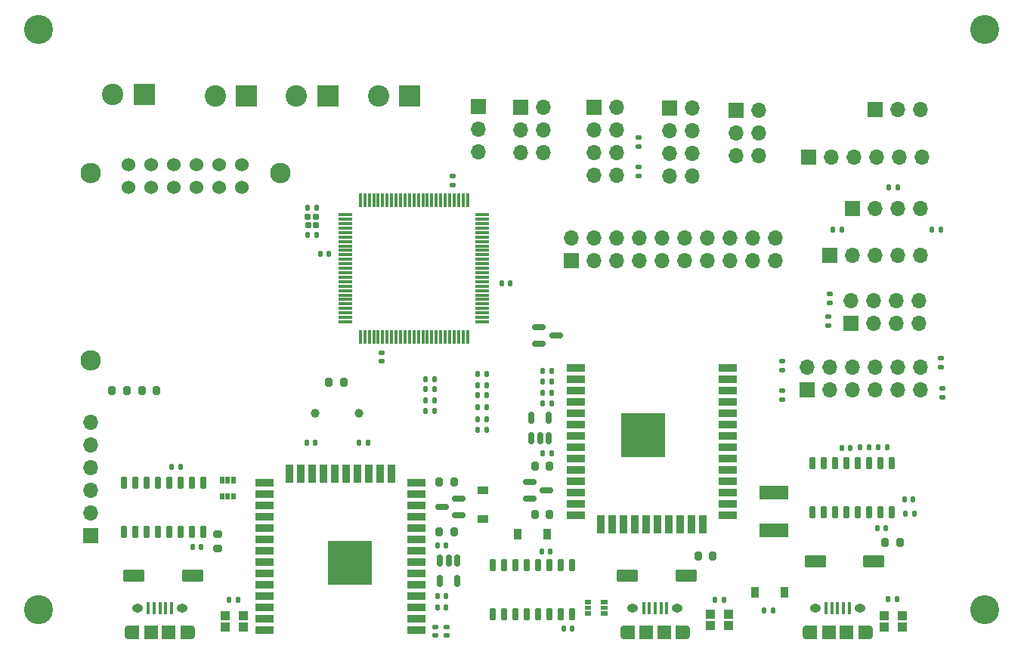
<source format=gbr>
%TF.GenerationSoftware,KiCad,Pcbnew,(6.0.0-0)*%
%TF.CreationDate,2022-09-06T13:07:19-04:00*%
%TF.ProjectId,Body_LED_Controller_Embedded_ESP32s,426f6479-5f4c-4454-945f-436f6e74726f,1.0*%
%TF.SameCoordinates,Original*%
%TF.FileFunction,Soldermask,Top*%
%TF.FilePolarity,Negative*%
%FSLAX46Y46*%
G04 Gerber Fmt 4.6, Leading zero omitted, Abs format (unit mm)*
G04 Created by KiCad (PCBNEW (6.0.0-0)) date 2022-09-06 13:07:19*
%MOMM*%
%LPD*%
G01*
G04 APERTURE LIST*
G04 Aperture macros list*
%AMRoundRect*
0 Rectangle with rounded corners*
0 $1 Rounding radius*
0 $2 $3 $4 $5 $6 $7 $8 $9 X,Y pos of 4 corners*
0 Add a 4 corners polygon primitive as box body*
4,1,4,$2,$3,$4,$5,$6,$7,$8,$9,$2,$3,0*
0 Add four circle primitives for the rounded corners*
1,1,$1+$1,$2,$3*
1,1,$1+$1,$4,$5*
1,1,$1+$1,$6,$7*
1,1,$1+$1,$8,$9*
0 Add four rect primitives between the rounded corners*
20,1,$1+$1,$2,$3,$4,$5,0*
20,1,$1+$1,$4,$5,$6,$7,0*
20,1,$1+$1,$6,$7,$8,$9,0*
20,1,$1+$1,$8,$9,$2,$3,0*%
G04 Aperture macros list end*
%ADD10C,0.010000*%
%ADD11R,1.000000X1.000000*%
%ADD12RoundRect,0.101600X-0.215900X0.215900X-0.215900X-0.215900X0.215900X-0.215900X0.215900X0.215900X0*%
%ADD13RoundRect,0.150000X-0.587500X-0.150000X0.587500X-0.150000X0.587500X0.150000X-0.587500X0.150000X0*%
%ADD14RoundRect,0.150000X0.150000X-0.512500X0.150000X0.512500X-0.150000X0.512500X-0.150000X-0.512500X0*%
%ADD15RoundRect,0.140000X-0.140000X-0.170000X0.140000X-0.170000X0.140000X0.170000X-0.140000X0.170000X0*%
%ADD16RoundRect,0.135000X0.185000X-0.135000X0.185000X0.135000X-0.185000X0.135000X-0.185000X-0.135000X0*%
%ADD17RoundRect,0.140000X0.140000X0.170000X-0.140000X0.170000X-0.140000X-0.170000X0.140000X-0.170000X0*%
%ADD18R,1.700000X1.700000*%
%ADD19O,1.700000X1.700000*%
%ADD20RoundRect,0.135000X-0.185000X0.135000X-0.185000X-0.135000X0.185000X-0.135000X0.185000X0.135000X0*%
%ADD21RoundRect,0.200000X-0.200000X-0.275000X0.200000X-0.275000X0.200000X0.275000X-0.200000X0.275000X0*%
%ADD22R,0.400000X1.350000*%
%ADD23R,1.200000X1.550000*%
%ADD24O,0.890000X1.550000*%
%ADD25O,1.250000X0.950000*%
%ADD26R,1.500000X1.550000*%
%ADD27R,0.914400X1.219200*%
%ADD28RoundRect,0.135000X0.135000X0.185000X-0.135000X0.185000X-0.135000X-0.185000X0.135000X-0.185000X0*%
%ADD29RoundRect,0.011200X-0.723800X-0.128800X0.723800X-0.128800X0.723800X0.128800X-0.723800X0.128800X0*%
%ADD30RoundRect,0.011200X0.128800X-0.723800X0.128800X0.723800X-0.128800X0.723800X-0.128800X-0.723800X0*%
%ADD31RoundRect,0.049600X-0.260400X0.605400X-0.260400X-0.605400X0.260400X-0.605400X0.260400X0.605400X0*%
%ADD32RoundRect,0.135000X-0.135000X-0.185000X0.135000X-0.185000X0.135000X0.185000X-0.135000X0.185000X0*%
%ADD33R,3.200000X1.500000*%
%ADD34C,3.250000*%
%ADD35C,1.007000*%
%ADD36C,1.524000*%
%ADD37C,2.300000*%
%ADD38R,2.400000X2.400000*%
%ADD39C,2.400000*%
%ADD40RoundRect,0.150000X-0.150000X0.512500X-0.150000X-0.512500X0.150000X-0.512500X0.150000X0.512500X0*%
%ADD41RoundRect,0.200000X0.200000X0.275000X-0.200000X0.275000X-0.200000X-0.275000X0.200000X-0.275000X0*%
%ADD42R,2.000000X0.900000*%
%ADD43R,0.900000X2.000000*%
%ADD44R,5.000000X5.000000*%
%ADD45RoundRect,0.083990X1.126010X0.556010X-1.126010X0.556010X-1.126010X-0.556010X1.126010X-0.556010X0*%
%ADD46RoundRect,0.140000X-0.170000X0.140000X-0.170000X-0.140000X0.170000X-0.140000X0.170000X0.140000X0*%
%ADD47RoundRect,0.083990X-1.126010X-0.556010X1.126010X-0.556010X1.126010X0.556010X-1.126010X0.556010X0*%
%ADD48RoundRect,0.150000X0.587500X0.150000X-0.587500X0.150000X-0.587500X-0.150000X0.587500X-0.150000X0*%
%ADD49RoundRect,0.140000X0.170000X-0.140000X0.170000X0.140000X-0.170000X0.140000X-0.170000X-0.140000X0*%
%ADD50RoundRect,0.200000X-0.275000X0.200000X-0.275000X-0.200000X0.275000X-0.200000X0.275000X0.200000X0*%
%ADD51R,1.219200X0.914400*%
G04 APERTURE END LIST*
D10*
%TO.C,U11*%
X100965000Y-102944200D02*
X100965000Y-103569200D01*
X100965000Y-103569200D02*
X100565000Y-103569200D01*
X100565000Y-103569200D02*
X100565000Y-102944200D01*
X100565000Y-102944200D02*
X100965000Y-102944200D01*
G36*
X100965000Y-103569200D02*
G01*
X100565000Y-103569200D01*
X100565000Y-102944200D01*
X100965000Y-102944200D01*
X100965000Y-103569200D01*
G37*
X100965000Y-103569200D02*
X100565000Y-103569200D01*
X100565000Y-102944200D01*
X100965000Y-102944200D01*
X100965000Y-103569200D01*
X99665000Y-101119200D02*
X99665000Y-101744200D01*
X99665000Y-101744200D02*
X99265000Y-101744200D01*
X99265000Y-101744200D02*
X99265000Y-101119200D01*
X99265000Y-101119200D02*
X99665000Y-101119200D01*
G36*
X99665000Y-101744200D02*
G01*
X99265000Y-101744200D01*
X99265000Y-101119200D01*
X99665000Y-101119200D01*
X99665000Y-101744200D01*
G37*
X99665000Y-101744200D02*
X99265000Y-101744200D01*
X99265000Y-101119200D01*
X99665000Y-101119200D01*
X99665000Y-101744200D01*
X99665000Y-102944200D02*
X99665000Y-103569200D01*
X99665000Y-103569200D02*
X99265000Y-103569200D01*
X99265000Y-103569200D02*
X99265000Y-102944200D01*
X99265000Y-102944200D02*
X99665000Y-102944200D01*
G36*
X99665000Y-103569200D02*
G01*
X99265000Y-103569200D01*
X99265000Y-102944200D01*
X99665000Y-102944200D01*
X99665000Y-103569200D01*
G37*
X99665000Y-103569200D02*
X99265000Y-103569200D01*
X99265000Y-102944200D01*
X99665000Y-102944200D01*
X99665000Y-103569200D01*
X100315000Y-101119200D02*
X100315000Y-101744200D01*
X100315000Y-101744200D02*
X99915000Y-101744200D01*
X99915000Y-101744200D02*
X99915000Y-101119200D01*
X99915000Y-101119200D02*
X100315000Y-101119200D01*
G36*
X100315000Y-101744200D02*
G01*
X99915000Y-101744200D01*
X99915000Y-101119200D01*
X100315000Y-101119200D01*
X100315000Y-101744200D01*
G37*
X100315000Y-101744200D02*
X99915000Y-101744200D01*
X99915000Y-101119200D01*
X100315000Y-101119200D01*
X100315000Y-101744200D01*
X100315000Y-102944200D02*
X100315000Y-103569200D01*
X100315000Y-103569200D02*
X99915000Y-103569200D01*
X99915000Y-103569200D02*
X99915000Y-102944200D01*
X99915000Y-102944200D02*
X100315000Y-102944200D01*
G36*
X100315000Y-103569200D02*
G01*
X99915000Y-103569200D01*
X99915000Y-102944200D01*
X100315000Y-102944200D01*
X100315000Y-103569200D01*
G37*
X100315000Y-103569200D02*
X99915000Y-103569200D01*
X99915000Y-102944200D01*
X100315000Y-102944200D01*
X100315000Y-103569200D01*
X100965000Y-101119200D02*
X100965000Y-101744200D01*
X100965000Y-101744200D02*
X100565000Y-101744200D01*
X100565000Y-101744200D02*
X100565000Y-101119200D01*
X100565000Y-101119200D02*
X100965000Y-101119200D01*
G36*
X100965000Y-101744200D02*
G01*
X100565000Y-101744200D01*
X100565000Y-101119200D01*
X100965000Y-101119200D01*
X100965000Y-101744200D01*
G37*
X100965000Y-101744200D02*
X100565000Y-101744200D01*
X100565000Y-101119200D01*
X100965000Y-101119200D01*
X100965000Y-101744200D01*
%TO.C,U6*%
X142590800Y-115945800D02*
X141965800Y-115945800D01*
X141965800Y-115945800D02*
X141965800Y-115545800D01*
X141965800Y-115545800D02*
X142590800Y-115545800D01*
X142590800Y-115545800D02*
X142590800Y-115945800D01*
G36*
X142590800Y-115945800D02*
G01*
X141965800Y-115945800D01*
X141965800Y-115545800D01*
X142590800Y-115545800D01*
X142590800Y-115945800D01*
G37*
X142590800Y-115945800D02*
X141965800Y-115945800D01*
X141965800Y-115545800D01*
X142590800Y-115545800D01*
X142590800Y-115945800D01*
X142590800Y-115295800D02*
X141965800Y-115295800D01*
X141965800Y-115295800D02*
X141965800Y-114895800D01*
X141965800Y-114895800D02*
X142590800Y-114895800D01*
X142590800Y-114895800D02*
X142590800Y-115295800D01*
G36*
X142590800Y-115295800D02*
G01*
X141965800Y-115295800D01*
X141965800Y-114895800D01*
X142590800Y-114895800D01*
X142590800Y-115295800D01*
G37*
X142590800Y-115295800D02*
X141965800Y-115295800D01*
X141965800Y-114895800D01*
X142590800Y-114895800D01*
X142590800Y-115295800D01*
X142590800Y-116595800D02*
X141965800Y-116595800D01*
X141965800Y-116595800D02*
X141965800Y-116195800D01*
X141965800Y-116195800D02*
X142590800Y-116195800D01*
X142590800Y-116195800D02*
X142590800Y-116595800D01*
G36*
X142590800Y-116595800D02*
G01*
X141965800Y-116595800D01*
X141965800Y-116195800D01*
X142590800Y-116195800D01*
X142590800Y-116595800D01*
G37*
X142590800Y-116595800D02*
X141965800Y-116595800D01*
X141965800Y-116195800D01*
X142590800Y-116195800D01*
X142590800Y-116595800D01*
X140765800Y-115945800D02*
X140140800Y-115945800D01*
X140140800Y-115945800D02*
X140140800Y-115545800D01*
X140140800Y-115545800D02*
X140765800Y-115545800D01*
X140765800Y-115545800D02*
X140765800Y-115945800D01*
G36*
X140765800Y-115945800D02*
G01*
X140140800Y-115945800D01*
X140140800Y-115545800D01*
X140765800Y-115545800D01*
X140765800Y-115945800D01*
G37*
X140765800Y-115945800D02*
X140140800Y-115945800D01*
X140140800Y-115545800D01*
X140765800Y-115545800D01*
X140765800Y-115945800D01*
X140765800Y-115295800D02*
X140140800Y-115295800D01*
X140140800Y-115295800D02*
X140140800Y-114895800D01*
X140140800Y-114895800D02*
X140765800Y-114895800D01*
X140765800Y-114895800D02*
X140765800Y-115295800D01*
G36*
X140765800Y-115295800D02*
G01*
X140140800Y-115295800D01*
X140140800Y-114895800D01*
X140765800Y-114895800D01*
X140765800Y-115295800D01*
G37*
X140765800Y-115295800D02*
X140140800Y-115295800D01*
X140140800Y-114895800D01*
X140765800Y-114895800D01*
X140765800Y-115295800D01*
X140765800Y-116595800D02*
X140140800Y-116595800D01*
X140140800Y-116595800D02*
X140140800Y-116195800D01*
X140140800Y-116195800D02*
X140765800Y-116195800D01*
X140765800Y-116195800D02*
X140765800Y-116595800D01*
G36*
X140765800Y-116595800D02*
G01*
X140140800Y-116595800D01*
X140140800Y-116195800D01*
X140765800Y-116195800D01*
X140765800Y-116595800D01*
G37*
X140765800Y-116595800D02*
X140140800Y-116595800D01*
X140140800Y-116195800D01*
X140765800Y-116195800D01*
X140765800Y-116595800D01*
%TD*%
D11*
%TO.C,L3*%
X175695000Y-117950000D03*
X175695000Y-116650000D03*
X173665000Y-116650000D03*
X173665000Y-117950000D03*
%TD*%
%TO.C,L2*%
X156235000Y-117800000D03*
X156235000Y-116500000D03*
X154205000Y-116500000D03*
X154205000Y-117800000D03*
%TD*%
%TO.C,L1*%
X101905000Y-117930000D03*
X101905000Y-116630000D03*
X99875000Y-116630000D03*
X99875000Y-117930000D03*
%TD*%
D12*
%TO.C,D2*%
X110044500Y-72920000D03*
X109155500Y-72920000D03*
%TD*%
D13*
%TO.C,U8*%
X133992500Y-101653939D03*
X133992500Y-103553939D03*
X135867500Y-102603939D03*
%TD*%
D14*
%TO.C,U7*%
X134200000Y-96782608D03*
X135150000Y-96782608D03*
X136100000Y-96782608D03*
X136100000Y-94507608D03*
X134200000Y-94507608D03*
%TD*%
D15*
%TO.C,C4*%
X176100000Y-105270000D03*
X177060000Y-105270000D03*
%TD*%
D16*
%TO.C,R8*%
X162270000Y-92450000D03*
X162270000Y-91430000D03*
%TD*%
D17*
%TO.C,C2*%
X109970000Y-97320000D03*
X109010000Y-97320000D03*
%TD*%
%TO.C,C5*%
X169890000Y-97850000D03*
X168930000Y-97850000D03*
%TD*%
%TO.C,C16*%
X138760000Y-118080000D03*
X137800000Y-118080000D03*
%TD*%
D18*
%TO.C,J1*%
X141210000Y-59650000D03*
D19*
X143750000Y-59650000D03*
X141210000Y-62190000D03*
X143750000Y-62190000D03*
X141210000Y-64730000D03*
X143750000Y-64730000D03*
X141210000Y-67270000D03*
X143750000Y-67270000D03*
%TD*%
D20*
%TO.C,R7*%
X167570000Y-80630000D03*
X167570000Y-81650000D03*
%TD*%
D17*
%TO.C,C23*%
X97170000Y-108970000D03*
X96210000Y-108970000D03*
%TD*%
D15*
%TO.C,C22*%
X93900000Y-100020000D03*
X94860000Y-100020000D03*
%TD*%
D21*
%TO.C,R1*%
X111515000Y-90530000D03*
X113165000Y-90530000D03*
%TD*%
D20*
%TO.C,R9*%
X180220000Y-91170000D03*
X180220000Y-92190000D03*
%TD*%
D22*
%TO.C,J11*%
X146745000Y-115810000D03*
X147395000Y-115810000D03*
X148045000Y-115810000D03*
X148695000Y-115810000D03*
X149345000Y-115810000D03*
D23*
X150945000Y-118510000D03*
D24*
X144545000Y-118510000D03*
D25*
X145545000Y-115810000D03*
D26*
X147045000Y-118510000D03*
D24*
X151545000Y-118510000D03*
D26*
X149045000Y-118510000D03*
D23*
X145145000Y-118510000D03*
D25*
X150545000Y-115810000D03*
%TD*%
D27*
%TO.C,CR1*%
X162523300Y-114065000D03*
X159246700Y-114065000D03*
%TD*%
D28*
%TO.C,R30*%
X129210000Y-94640000D03*
X128190000Y-94640000D03*
%TD*%
D29*
%TO.C,U1*%
X113345000Y-71735000D03*
X113345000Y-72235000D03*
X113345000Y-72735000D03*
X113345000Y-73235000D03*
X113345000Y-73735000D03*
X113345000Y-74235000D03*
X113345000Y-74735000D03*
X113345000Y-75235000D03*
X113345000Y-75735000D03*
X113345000Y-76235000D03*
X113345000Y-76735000D03*
X113345000Y-77235000D03*
X113345000Y-77735000D03*
X113345000Y-78235000D03*
X113345000Y-78735000D03*
X113345000Y-79235000D03*
X113345000Y-79735000D03*
X113345000Y-80235000D03*
X113345000Y-80735000D03*
X113345000Y-81235000D03*
X113345000Y-81735000D03*
X113345000Y-82235000D03*
X113345000Y-82735000D03*
X113345000Y-83235000D03*
X113345000Y-83735000D03*
D30*
X115015000Y-85405000D03*
X115515000Y-85405000D03*
X116015000Y-85405000D03*
X116515000Y-85405000D03*
X117015000Y-85405000D03*
X117515000Y-85405000D03*
X118015000Y-85405000D03*
X118515000Y-85405000D03*
X119015000Y-85405000D03*
X119515000Y-85405000D03*
X120015000Y-85405000D03*
X120515000Y-85405000D03*
X121015000Y-85405000D03*
X121515000Y-85405000D03*
X122015000Y-85405000D03*
X122515000Y-85405000D03*
X123015000Y-85405000D03*
X123515000Y-85405000D03*
X124015000Y-85405000D03*
X124515000Y-85405000D03*
X125015000Y-85405000D03*
X125515000Y-85405000D03*
X126015000Y-85405000D03*
X126515000Y-85405000D03*
X127015000Y-85405000D03*
D29*
X128685000Y-83735000D03*
X128685000Y-83235000D03*
X128685000Y-82735000D03*
X128685000Y-82235000D03*
X128685000Y-81735000D03*
X128685000Y-81235000D03*
X128685000Y-80735000D03*
X128685000Y-80235000D03*
X128685000Y-79735000D03*
X128685000Y-79235000D03*
X128685000Y-78735000D03*
X128685000Y-78235000D03*
X128685000Y-77735000D03*
X128685000Y-77235000D03*
X128685000Y-76735000D03*
X128685000Y-76235000D03*
X128685000Y-75735000D03*
X128685000Y-75235000D03*
X128685000Y-74735000D03*
X128685000Y-74235000D03*
X128685000Y-73735000D03*
X128685000Y-73235000D03*
X128685000Y-72735000D03*
X128685000Y-72235000D03*
X128685000Y-71735000D03*
D30*
X127015000Y-70065000D03*
X126515000Y-70065000D03*
X126015000Y-70065000D03*
X125515000Y-70065000D03*
X125015000Y-70065000D03*
X124515000Y-70065000D03*
X124015000Y-70065000D03*
X123515000Y-70065000D03*
X123015000Y-70065000D03*
X122515000Y-70065000D03*
X122015000Y-70065000D03*
X121515000Y-70065000D03*
X121015000Y-70065000D03*
X120515000Y-70065000D03*
X120015000Y-70065000D03*
X119515000Y-70065000D03*
X119015000Y-70065000D03*
X118515000Y-70065000D03*
X118015000Y-70065000D03*
X117515000Y-70065000D03*
X117015000Y-70065000D03*
X116515000Y-70065000D03*
X116015000Y-70065000D03*
X115515000Y-70065000D03*
X115015000Y-70065000D03*
%TD*%
D31*
%TO.C,U10*%
X97390000Y-101770000D03*
X96120000Y-101770000D03*
X94850000Y-101770000D03*
X93580000Y-101770000D03*
X92310000Y-101770000D03*
X91040000Y-101770000D03*
X89770000Y-101770000D03*
X88500000Y-101770000D03*
X88500000Y-107270000D03*
X89770000Y-107270000D03*
X91040000Y-107270000D03*
X92310000Y-107270000D03*
X93580000Y-107270000D03*
X94850000Y-107270000D03*
X96120000Y-107270000D03*
X97390000Y-107270000D03*
%TD*%
D17*
%TO.C,C17*%
X136420000Y-98431385D03*
X135460000Y-98431385D03*
%TD*%
D22*
%TO.C,J10*%
X167190000Y-115800000D03*
X167840000Y-115800000D03*
X168490000Y-115800000D03*
X169140000Y-115800000D03*
X169790000Y-115800000D03*
D23*
X171390000Y-118500000D03*
D25*
X170990000Y-115800000D03*
D23*
X165590000Y-118500000D03*
D25*
X165990000Y-115800000D03*
D24*
X164990000Y-118500000D03*
D26*
X167490000Y-118500000D03*
X169490000Y-118500000D03*
D24*
X171990000Y-118500000D03*
%TD*%
D32*
%TO.C,R27*%
X154740000Y-114860000D03*
X155760000Y-114860000D03*
%TD*%
D33*
%TO.C,F1*%
X161378500Y-107088500D03*
X161378500Y-102888500D03*
%TD*%
D34*
%TO.C,REF\u002A\u002A*%
X185000000Y-116000000D03*
%TD*%
D35*
%TO.C,Y1*%
X114850000Y-94020000D03*
X109970000Y-94020000D03*
%TD*%
D15*
%TO.C,C24*%
X123636500Y-108788608D03*
X124596500Y-108788608D03*
%TD*%
D18*
%TO.C,J15*%
X84770000Y-107720000D03*
D19*
X84770000Y-105180000D03*
X84770000Y-102640000D03*
X84770000Y-100100000D03*
X84770000Y-97560000D03*
X84770000Y-95020000D03*
%TD*%
D18*
%TO.C,J14*%
X128240000Y-59600000D03*
D19*
X128240000Y-62140000D03*
X128240000Y-64680000D03*
%TD*%
D28*
%TO.C,R2*%
X172000000Y-97820000D03*
X170980000Y-97820000D03*
%TD*%
D36*
%TO.C,U14*%
X101765000Y-66085000D03*
X99225000Y-66085000D03*
X96685000Y-66085000D03*
X94145000Y-66085000D03*
X91605000Y-66085000D03*
X89065000Y-66085000D03*
X89065000Y-68625000D03*
X91605000Y-68625000D03*
X94145000Y-68625000D03*
X96685000Y-68625000D03*
X99225000Y-68625000D03*
X101765000Y-68625000D03*
D37*
X106015000Y-67015000D03*
X84815000Y-67015000D03*
X84815000Y-88015000D03*
%TD*%
D28*
%TO.C,R3*%
X174010000Y-97820000D03*
X172990000Y-97820000D03*
%TD*%
D22*
%TO.C,J12*%
X91265000Y-115850000D03*
X91915000Y-115850000D03*
X92565000Y-115850000D03*
X93215000Y-115850000D03*
X93865000Y-115850000D03*
D24*
X89065000Y-118550000D03*
D26*
X93565000Y-118550000D03*
D24*
X96065000Y-118550000D03*
D23*
X89665000Y-118550000D03*
D25*
X90065000Y-115850000D03*
D26*
X91565000Y-118550000D03*
D23*
X95465000Y-118550000D03*
D25*
X95065000Y-115850000D03*
%TD*%
D28*
%TO.C,R13*%
X175190000Y-68670000D03*
X174170000Y-68670000D03*
%TD*%
D27*
%TO.C,CR2*%
X135949800Y-107555000D03*
X132673200Y-107555000D03*
%TD*%
D15*
%TO.C,C15*%
X135350000Y-109440000D03*
X136310000Y-109440000D03*
%TD*%
D38*
%TO.C,J19*%
X120540000Y-58400000D03*
D39*
X117040000Y-58400000D03*
%TD*%
D17*
%TO.C,C9*%
X111510000Y-76130000D03*
X110550000Y-76130000D03*
%TD*%
D21*
%TO.C,R19*%
X90535000Y-91460000D03*
X92185000Y-91460000D03*
%TD*%
D16*
%TO.C,R6*%
X167400000Y-84150000D03*
X167400000Y-83130000D03*
%TD*%
D40*
%TO.C,U12*%
X125856500Y-110507385D03*
X124906500Y-110507385D03*
X123956500Y-110507385D03*
X123956500Y-112782385D03*
X125856500Y-112782385D03*
%TD*%
D41*
%TO.C,R20*%
X154485000Y-109990000D03*
X152835000Y-109990000D03*
%TD*%
D38*
%TO.C,J16*%
X90790000Y-58280000D03*
D39*
X87290000Y-58280000D03*
%TD*%
D42*
%TO.C,U4*%
X139190000Y-88935000D03*
X139190000Y-90205000D03*
X139190000Y-91475000D03*
X139190000Y-92745000D03*
X139190000Y-94015000D03*
X139190000Y-95285000D03*
X139190000Y-96555000D03*
X139190000Y-97825000D03*
X139190000Y-99095000D03*
X139190000Y-100365000D03*
X139190000Y-101635000D03*
X139190000Y-102905000D03*
X139190000Y-104175000D03*
X139190000Y-105445000D03*
D43*
X141975000Y-106445000D03*
X143245000Y-106445000D03*
X144515000Y-106445000D03*
X145785000Y-106445000D03*
X147055000Y-106445000D03*
X148325000Y-106445000D03*
X149595000Y-106445000D03*
X150865000Y-106445000D03*
X152135000Y-106445000D03*
X153405000Y-106445000D03*
D42*
X156190000Y-105445000D03*
X156190000Y-104175000D03*
X156190000Y-102905000D03*
X156190000Y-101635000D03*
X156190000Y-100365000D03*
X156190000Y-99095000D03*
X156190000Y-97825000D03*
X156190000Y-96555000D03*
X156190000Y-95285000D03*
X156190000Y-94015000D03*
X156190000Y-92745000D03*
X156190000Y-91475000D03*
X156190000Y-90205000D03*
X156190000Y-88935000D03*
D44*
X146690000Y-96435000D03*
%TD*%
D32*
%TO.C,R35*%
X122280000Y-90150000D03*
X123300000Y-90150000D03*
%TD*%
D31*
%TO.C,U2*%
X174560000Y-99580000D03*
X173290000Y-99580000D03*
X172020000Y-99580000D03*
X170750000Y-99580000D03*
X169480000Y-99580000D03*
X168210000Y-99580000D03*
X166940000Y-99580000D03*
X165670000Y-99580000D03*
X165670000Y-105080000D03*
X166940000Y-105080000D03*
X168210000Y-105080000D03*
X169480000Y-105080000D03*
X170750000Y-105080000D03*
X172020000Y-105080000D03*
X173290000Y-105080000D03*
X174560000Y-105080000D03*
%TD*%
D18*
%TO.C,J7*%
X167630000Y-76298000D03*
D19*
X170170000Y-76298000D03*
X172710000Y-76298000D03*
X175250000Y-76298000D03*
X177790000Y-76298000D03*
%TD*%
D15*
%TO.C,C1*%
X114880000Y-97290000D03*
X115840000Y-97290000D03*
%TD*%
D28*
%TO.C,R33*%
X129210000Y-90810000D03*
X128190000Y-90810000D03*
%TD*%
D45*
%TO.C,SW3*%
X89655000Y-112195000D03*
X96235000Y-112195000D03*
%TD*%
D21*
%TO.C,R21*%
X134545000Y-99897662D03*
X136195000Y-99897662D03*
%TD*%
D15*
%TO.C,C6*%
X172930000Y-106840000D03*
X173890000Y-106840000D03*
%TD*%
D13*
%TO.C,U3*%
X135042500Y-84290000D03*
X135042500Y-86190000D03*
X136917500Y-85240000D03*
%TD*%
D28*
%TO.C,R29*%
X129210000Y-95840000D03*
X128190000Y-95840000D03*
%TD*%
%TO.C,R16*%
X110120000Y-74040000D03*
X109100000Y-74040000D03*
%TD*%
D15*
%TO.C,C18*%
X135460000Y-92858831D03*
X136420000Y-92858831D03*
%TD*%
D38*
%TO.C,J17*%
X102270000Y-58390000D03*
D39*
X98770000Y-58390000D03*
%TD*%
D32*
%TO.C,R38*%
X122280000Y-93720000D03*
X123300000Y-93720000D03*
%TD*%
D20*
%TO.C,R5*%
X146210000Y-63040000D03*
X146210000Y-64060000D03*
%TD*%
D28*
%TO.C,R32*%
X129210000Y-91980000D03*
X128190000Y-91980000D03*
%TD*%
D17*
%TO.C,C25*%
X124596500Y-114501162D03*
X123636500Y-114501162D03*
%TD*%
D32*
%TO.C,R36*%
X122280000Y-91290000D03*
X123300000Y-91290000D03*
%TD*%
D21*
%TO.C,R17*%
X173815000Y-108440000D03*
X175465000Y-108440000D03*
%TD*%
D12*
%TO.C,D1*%
X110024500Y-71930000D03*
X109135500Y-71930000D03*
%TD*%
D18*
%TO.C,J2*%
X149620000Y-59790000D03*
D19*
X152160000Y-59790000D03*
X149620000Y-62330000D03*
X152160000Y-62330000D03*
X149620000Y-64870000D03*
X152160000Y-64870000D03*
X149620000Y-67410000D03*
X152160000Y-67410000D03*
%TD*%
D16*
%TO.C,R10*%
X162250000Y-89170000D03*
X162250000Y-88150000D03*
%TD*%
D18*
%TO.C,J5*%
X165080000Y-91374000D03*
D19*
X165080000Y-88834000D03*
X167620000Y-91374000D03*
X167620000Y-88834000D03*
X170160000Y-91374000D03*
X170160000Y-88834000D03*
X172700000Y-91374000D03*
X172700000Y-88834000D03*
X175240000Y-91374000D03*
X175240000Y-88834000D03*
X177780000Y-91374000D03*
X177780000Y-88834000D03*
%TD*%
D18*
%TO.C,J6*%
X170130000Y-71040000D03*
D19*
X172670000Y-71040000D03*
X175210000Y-71040000D03*
X177750000Y-71040000D03*
%TD*%
D46*
%TO.C,C19*%
X124676284Y-117936500D03*
X124676284Y-118896500D03*
%TD*%
D34*
%TO.C,REF\u002A\u002A*%
X185000000Y-51000000D03*
%TD*%
%TO.C,REF\u002A\u002A*%
X79000000Y-116000000D03*
%TD*%
%TO.C,REF\u002A\u002A*%
X79000000Y-51000000D03*
%TD*%
D21*
%TO.C,R25*%
X123861500Y-101699777D03*
X125511500Y-101699777D03*
%TD*%
D28*
%TO.C,R34*%
X129210000Y-89540000D03*
X128190000Y-89540000D03*
%TD*%
D18*
%TO.C,J9*%
X172720000Y-59950000D03*
D19*
X175260000Y-59950000D03*
X177800000Y-59950000D03*
%TD*%
D47*
%TO.C,SW1*%
X172545000Y-110575000D03*
X165965000Y-110575000D03*
%TD*%
D28*
%TO.C,R15*%
X110120000Y-70960000D03*
X109100000Y-70960000D03*
%TD*%
D18*
%TO.C,J4*%
X169980000Y-83906000D03*
D19*
X169980000Y-81366000D03*
X172520000Y-83906000D03*
X172520000Y-81366000D03*
X175060000Y-83906000D03*
X175060000Y-81366000D03*
X177600000Y-83906000D03*
X177600000Y-81366000D03*
%TD*%
D17*
%TO.C,C14*%
X136420000Y-91662554D03*
X135460000Y-91662554D03*
%TD*%
D48*
%TO.C,U13*%
X126064000Y-105426054D03*
X126064000Y-103526054D03*
X124189000Y-104476054D03*
%TD*%
D28*
%TO.C,R12*%
X168980000Y-73370000D03*
X167960000Y-73370000D03*
%TD*%
%TO.C,R14*%
X180090000Y-73410000D03*
X179070000Y-73410000D03*
%TD*%
D15*
%TO.C,C3*%
X175990000Y-103620000D03*
X176950000Y-103620000D03*
%TD*%
D41*
%TO.C,R24*%
X125511500Y-107252331D03*
X123861500Y-107252331D03*
%TD*%
D21*
%TO.C,R18*%
X87205000Y-91440000D03*
X88855000Y-91440000D03*
%TD*%
D15*
%TO.C,C21*%
X123636500Y-115767439D03*
X124596500Y-115767439D03*
%TD*%
D20*
%TO.C,R4*%
X146190000Y-66340000D03*
X146190000Y-67360000D03*
%TD*%
D18*
%TO.C,J20*%
X157110000Y-59990000D03*
D19*
X159650000Y-59990000D03*
X157110000Y-62530000D03*
X159650000Y-62530000D03*
X157110000Y-65070000D03*
X159650000Y-65070000D03*
%TD*%
D49*
%TO.C,C11*%
X125340000Y-68390000D03*
X125340000Y-67430000D03*
%TD*%
D15*
%TO.C,C8*%
X130830000Y-79400000D03*
X131790000Y-79400000D03*
%TD*%
D20*
%TO.C,R11*%
X180090000Y-87760000D03*
X180090000Y-88780000D03*
%TD*%
D18*
%TO.C,J13*%
X132950000Y-59680000D03*
D19*
X135490000Y-59680000D03*
X132950000Y-62220000D03*
X135490000Y-62220000D03*
X132950000Y-64760000D03*
X135490000Y-64760000D03*
%TD*%
D17*
%TO.C,C12*%
X136420000Y-90466277D03*
X135460000Y-90466277D03*
%TD*%
D38*
%TO.C,J18*%
X111360000Y-58420000D03*
D39*
X107860000Y-58420000D03*
%TD*%
D18*
%TO.C,J3*%
X138610000Y-76840000D03*
D19*
X138610000Y-74300000D03*
X141150000Y-76840000D03*
X141150000Y-74300000D03*
X143690000Y-76840000D03*
X143690000Y-74300000D03*
X146230000Y-76840000D03*
X146230000Y-74300000D03*
X148770000Y-76840000D03*
X148770000Y-74300000D03*
X151310000Y-76840000D03*
X151310000Y-74300000D03*
X153850000Y-76840000D03*
X153850000Y-74300000D03*
X156390000Y-76840000D03*
X156390000Y-74300000D03*
X158930000Y-76840000D03*
X158930000Y-74300000D03*
X161470000Y-76840000D03*
X161470000Y-74300000D03*
%TD*%
D41*
%TO.C,R22*%
X136195000Y-105310216D03*
X134545000Y-105310216D03*
%TD*%
D17*
%TO.C,C13*%
X136420000Y-89270000D03*
X135460000Y-89270000D03*
%TD*%
D32*
%TO.C,R37*%
X122280000Y-92500000D03*
X123300000Y-92500000D03*
%TD*%
D42*
%TO.C,U9*%
X121310000Y-118265000D03*
X121310000Y-116995000D03*
X121310000Y-115725000D03*
X121310000Y-114455000D03*
X121310000Y-113185000D03*
X121310000Y-111915000D03*
X121310000Y-110645000D03*
X121310000Y-109375000D03*
X121310000Y-108105000D03*
X121310000Y-106835000D03*
X121310000Y-105565000D03*
X121310000Y-104295000D03*
X121310000Y-103025000D03*
X121310000Y-101755000D03*
D43*
X118525000Y-100755000D03*
X117255000Y-100755000D03*
X115985000Y-100755000D03*
X114715000Y-100755000D03*
X113445000Y-100755000D03*
X112175000Y-100755000D03*
X110905000Y-100755000D03*
X109635000Y-100755000D03*
X108365000Y-100755000D03*
X107095000Y-100755000D03*
D42*
X104310000Y-101755000D03*
X104310000Y-103025000D03*
X104310000Y-104295000D03*
X104310000Y-105565000D03*
X104310000Y-106835000D03*
X104310000Y-108105000D03*
X104310000Y-109375000D03*
X104310000Y-110645000D03*
X104310000Y-111915000D03*
X104310000Y-113185000D03*
X104310000Y-114455000D03*
X104310000Y-115725000D03*
X104310000Y-116995000D03*
X104310000Y-118265000D03*
D44*
X113810000Y-110765000D03*
%TD*%
D46*
%TO.C,C20*%
X123410000Y-117936500D03*
X123410000Y-118896500D03*
%TD*%
D17*
%TO.C,C7*%
X161240000Y-116110000D03*
X160280000Y-116110000D03*
%TD*%
D18*
%TO.C,J8*%
X165260000Y-65272000D03*
D19*
X167800000Y-65272000D03*
X170340000Y-65272000D03*
X172880000Y-65272000D03*
X175420000Y-65272000D03*
X177960000Y-65272000D03*
%TD*%
D31*
%TO.C,U5*%
X138725000Y-111010000D03*
X137455000Y-111010000D03*
X136185000Y-111010000D03*
X134915000Y-111010000D03*
X133645000Y-111010000D03*
X132375000Y-111010000D03*
X131105000Y-111010000D03*
X129835000Y-111010000D03*
X129835000Y-116510000D03*
X131105000Y-116510000D03*
X132375000Y-116510000D03*
X133645000Y-116510000D03*
X134915000Y-116510000D03*
X136185000Y-116510000D03*
X137455000Y-116510000D03*
X138725000Y-116510000D03*
%TD*%
D46*
%TO.C,C10*%
X117420000Y-87220000D03*
X117420000Y-88180000D03*
%TD*%
D50*
%TO.C,R23*%
X99030000Y-107495000D03*
X99030000Y-109145000D03*
%TD*%
D32*
%TO.C,R28*%
X100330000Y-114890000D03*
X101350000Y-114890000D03*
%TD*%
D45*
%TO.C,SW2*%
X144905000Y-112225000D03*
X151485000Y-112225000D03*
%TD*%
D28*
%TO.C,R31*%
X129210000Y-93340000D03*
X128190000Y-93340000D03*
%TD*%
D51*
%TO.C,CR3*%
X128735000Y-105873300D03*
X128735000Y-102596700D03*
%TD*%
D32*
%TO.C,R26*%
X174100000Y-114810000D03*
X175120000Y-114810000D03*
%TD*%
M02*

</source>
